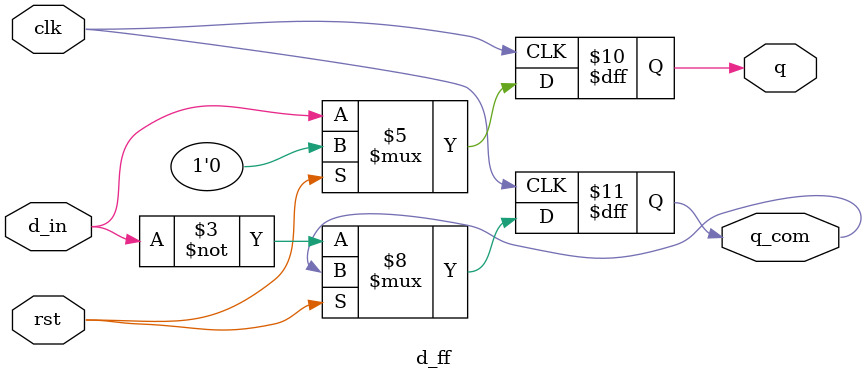
<source format=v>

module d_ff(
input clk,rst,d_in,
output reg q,q_com
    );
    //sychorous 
 always@(posedge clk)
 begin 
 if(rst==1'b1)
 begin 
 q<=1'b0;
 end
 else
 begin
 q<=d_in;
 q_com<=~d_in;
 end
 end
 ///asyn 
 /*
 always@(posedge clk,posedge rst)
 begin 
 if(rst==1'b1)
 begin 
 q<=1'b0;
 end
 else
 begin
 q<=d_in;
 q_com<=~d_in;
 end
 end*/
endmodule

</source>
